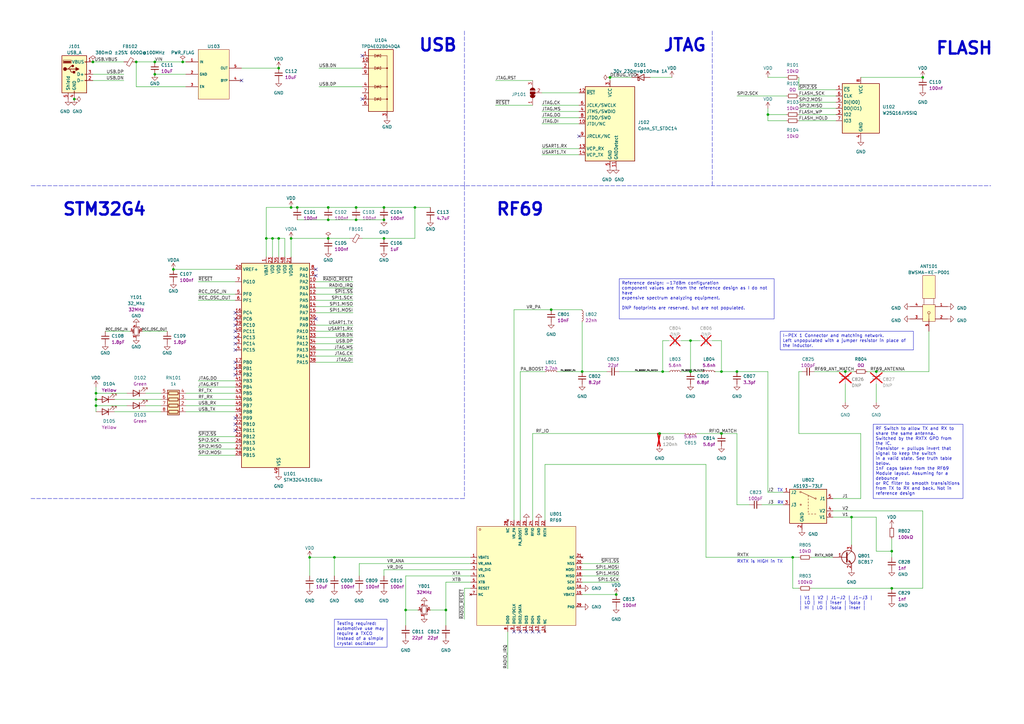
<source format=kicad_sch>
(kicad_sch (version 20230121) (generator eeschema)
  (paper "A3")
  (title_block (title "ConeRGB USB  Dongle") (date "2023-05-07") (rev "1") (company "https://cone.codes") (comment 1 "Connor Rigby"))
  (junction (at 270.51 177.8))
  (junction (at 365.76 241.3))
  (junction (at 157.48 90.17))
  (junction (at 170.18 85.09))
  (junction (at 137.16 228.6))
  (junction (at 30.48 40.64))
  (junction (at 114.3 27.94))
  (junction (at 39.37 166.37))
  (junction (at 146.05 90.17))
  (junction (at 295.91 177.8))
  (junction (at 378.46 31.75))
  (junction (at 157.48 97.79))
  (junction (at 63.5 30.48))
  (junction (at 359.41 152.4))
  (junction (at 119.38 85.09))
  (junction (at 349.25 212.09))
  (junction (at 238.76 152.4))
  (junction (at 314.96 46.99))
  (junction (at 127 228.6))
  (junction (at 365.76 226.06))
  (junction (at 134.62 97.79))
  (junction (at 271.78 152.4))
  (junction (at 346.71 152.4))
  (junction (at 71.12 110.49))
  (junction (at 63.5 25.4))
  (junction (at 325.12 228.6))
  (junction (at 295.91 152.4))
  (junction (at 121.92 85.09))
  (junction (at 39.37 163.83))
  (junction (at 283.21 152.4))
  (junction (at 119.38 97.79))
  (junction (at 182.88 250.19))
  (junction (at 283.21 139.7))
  (junction (at 166.37 250.19))
  (junction (at 74.93 25.4))
  (junction (at 250.19 31.75))
  (junction (at 39.37 161.29))
  (junction (at 111.76 97.79))
  (junction (at 38.1 25.4))
  (junction (at 134.62 90.17))
  (junction (at 302.26 152.4))
  (junction (at 252.73 243.84))
  (junction (at 226.06 127))
  (junction (at 114.3 97.79))
  (junction (at 109.22 97.79))
  (junction (at 55.88 25.4))
  (junction (at 146.05 85.09))
  (junction (at 134.62 85.09))
  (junction (at 157.48 85.09))
  (no_connect (at 96.52 173.99))
  (no_connect (at 129.54 130.81))
  (no_connect (at 96.52 130.81))
  (no_connect (at 215.9 259.08))
  (no_connect (at 218.44 259.08))
  (no_connect (at 237.49 55.88))
  (no_connect (at 96.52 138.43))
  (no_connect (at 96.52 171.45))
  (no_connect (at 220.98 259.08))
  (no_connect (at 96.52 148.59))
  (no_connect (at 210.82 259.08))
  (no_connect (at 129.54 113.03))
  (no_connect (at 96.52 176.53))
  (no_connect (at 96.52 135.89))
  (no_connect (at 148.59 22.86))
  (no_connect (at 96.52 153.67))
  (no_connect (at 213.36 259.08))
  (no_connect (at 96.52 151.13))
  (no_connect (at 148.59 40.64))
  (no_connect (at 129.54 110.49))
  (no_connect (at 96.52 140.97))
  (no_connect (at 99.06 33.02))
  (no_connect (at 96.52 128.27))
  (no_connect (at 96.52 143.51))
  (no_connect (at 96.52 133.35))
  (wire (pts (xy 378.46 209.55) (xy 378.46 241.3)))
  (wire (pts (xy 238.76 243.84) (xy 252.73 243.84)))
  (wire (pts (xy 190.5 241.3) (xy 193.04 241.3)))
  (wire (pts (xy 322.58 39.37) (xy 302.26 39.37)))
  (wire (pts (xy 109.22 85.09) (xy 109.22 97.79)))
  (wire (pts (xy 39.37 158.75) (xy 39.37 161.29)))
  (wire (pts (xy 166.37 236.22) (xy 166.37 250.19)))
  (wire (pts (xy 144.78 146.05) (xy 129.54 146.05)))
  (wire (pts (xy 359.41 152.4) (xy 381 152.4)))
  (wire (pts (xy 81.28 156.21) (xy 96.52 156.21)))
  (polyline (pts (xy 12.7 76.2) (xy 406.4 76.2)) (stroke (width 0) (type dash)))
  (wire (pts (xy 43.18 135.89) (xy 53.34 135.89)))
  (wire (pts (xy 129.54 118.11) (xy 144.78 118.11)))
  (wire (pts (xy 259.08 31.75) (xy 250.19 31.75)))
  (wire (pts (xy 325.12 228.6) (xy 325.12 241.3)))
  (wire (pts (xy 170.18 85.09) (xy 176.53 85.09)))
  (wire (pts (xy 39.37 166.37) (xy 39.37 168.91)))
  (wire (pts (xy 218.44 213.36) (xy 218.44 177.8)))
  (polyline (pts (xy 292.1 12.7) (xy 292.1 76.2)) (stroke (width 0) (type dash)))
  (wire (pts (xy 39.37 166.37) (xy 52.07 166.37)))
  (wire (pts (xy 55.88 25.4) (xy 63.5 25.4)))
  (wire (pts (xy 76.2 166.37) (xy 96.52 166.37)))
  (wire (pts (xy 295.91 152.4) (xy 293.37 152.4)))
  (wire (pts (xy 166.37 250.19) (xy 166.37 256.54)))
  (wire (pts (xy 355.6 152.4) (xy 359.41 152.4)))
  (wire (pts (xy 76.2 35.56) (xy 55.88 35.56)))
  (wire (pts (xy 146.05 90.17) (xy 157.48 90.17)))
  (wire (pts (xy 116.84 97.79) (xy 114.3 97.79)))
  (wire (pts (xy 46.99 163.83) (xy 66.04 163.83)))
  (wire (pts (xy 295.91 152.4) (xy 302.26 152.4)))
  (wire (pts (xy 147.32 231.14) (xy 147.32 236.22)))
  (wire (pts (xy 295.91 177.8) (xy 302.26 177.8)))
  (wire (pts (xy 121.92 85.09) (xy 119.38 85.09)))
  (wire (pts (xy 332.74 241.3) (xy 365.76 241.3)))
  (wire (pts (xy 334.01 152.4) (xy 346.71 152.4)))
  (wire (pts (xy 116.84 105.41) (xy 116.84 97.79)))
  (wire (pts (xy 134.62 90.17) (xy 146.05 90.17)))
  (wire (pts (xy 99.06 27.94) (xy 114.3 27.94)))
  (wire (pts (xy 119.38 85.09) (xy 109.22 85.09)))
  (wire (pts (xy 332.74 228.6) (xy 341.63 228.6)))
  (wire (pts (xy 327.66 46.99) (xy 342.9 46.99)))
  (wire (pts (xy 365.76 220.98) (xy 365.76 226.06)))
  (wire (pts (xy 137.16 228.6) (xy 137.16 236.22)))
  (wire (pts (xy 365.76 241.3) (xy 378.46 241.3)))
  (wire (pts (xy 349.25 212.09) (xy 349.25 223.52)))
  (wire (pts (xy 226.06 127) (xy 238.76 127)))
  (polyline (pts (xy 190.5 76.2) (xy 190.5 204.47)) (stroke (width 0) (type dash)))
  (wire (pts (xy 182.88 250.19) (xy 182.88 238.76)))
  (wire (pts (xy 74.93 25.4) (xy 76.2 25.4)))
  (wire (pts (xy 71.12 110.49) (xy 96.52 110.49)))
  (wire (pts (xy 129.54 128.27) (xy 144.78 128.27)))
  (wire (pts (xy 210.82 127) (xy 226.06 127)))
  (wire (pts (xy 279.4 139.7) (xy 283.21 139.7)))
  (wire (pts (xy 170.18 85.09) (xy 170.18 97.79)))
  (wire (pts (xy 129.54 125.73) (xy 144.78 125.73)))
  (wire (pts (xy 381 152.4) (xy 381 135.89)))
  (wire (pts (xy 55.88 35.56) (xy 55.88 25.4)))
  (wire (pts (xy 76.2 168.91) (xy 96.52 168.91)))
  (wire (pts (xy 38.1 30.48) (xy 50.8 30.48)))
  (wire (pts (xy 295.91 139.7) (xy 292.1 139.7)))
  (wire (pts (xy 193.04 231.14) (xy 147.32 231.14)))
  (wire (pts (xy 46.99 168.91) (xy 66.04 168.91)))
  (wire (pts (xy 38.1 33.02) (xy 50.8 33.02)))
  (wire (pts (xy 327.66 39.37) (xy 342.9 39.37)))
  (wire (pts (xy 157.48 233.68) (xy 193.04 233.68)))
  (wire (pts (xy 222.25 45.72) (xy 237.49 45.72)))
  (wire (pts (xy 295.91 139.7) (xy 295.91 152.4)))
  (wire (pts (xy 81.28 115.57) (xy 96.52 115.57)))
  (wire (pts (xy 208.28 259.08) (xy 208.28 274.32)))
  (wire (pts (xy 238.76 231.14) (xy 254 231.14)))
  (wire (pts (xy 365.76 226.06) (xy 359.41 226.06)))
  (wire (pts (xy 279.4 152.4) (xy 283.21 152.4)))
  (wire (pts (xy 129.54 135.89) (xy 144.78 135.89)))
  (wire (pts (xy 365.76 226.06) (xy 365.76 228.6)))
  (wire (pts (xy 148.59 97.79) (xy 157.48 97.79)))
  (wire (pts (xy 342.9 44.45) (xy 327.66 44.45)))
  (wire (pts (xy 170.18 97.79) (xy 157.48 97.79)))
  (wire (pts (xy 266.7 31.75) (xy 275.59 31.75)))
  (wire (pts (xy 302.26 207.01) (xy 307.34 207.01)))
  (wire (pts (xy 283.21 139.7) (xy 283.21 152.4)))
  (wire (pts (xy 213.36 152.4) (xy 223.52 152.4)))
  (wire (pts (xy 302.26 207.01) (xy 302.26 177.8)))
  (wire (pts (xy 38.1 25.4) (xy 50.8 25.4)))
  (wire (pts (xy 222.25 43.18) (xy 237.49 43.18)))
  (wire (pts (xy 222.25 48.26) (xy 237.49 48.26)))
  (wire (pts (xy 359.41 226.06) (xy 359.41 212.09)))
  (wire (pts (xy 129.54 133.35) (xy 144.78 133.35)))
  (wire (pts (xy 76.2 161.29) (xy 96.52 161.29)))
  (wire (pts (xy 119.38 97.79) (xy 119.38 105.41)))
  (wire (pts (xy 237.49 60.96) (xy 222.25 60.96)))
  (wire (pts (xy 111.76 97.79) (xy 111.76 105.41)))
  (wire (pts (xy 222.25 50.8) (xy 237.49 50.8)))
  (wire (pts (xy 129.54 140.97) (xy 144.78 140.97)))
  (wire (pts (xy 346.71 152.4) (xy 350.52 152.4)))
  (wire (pts (xy 176.53 250.19) (xy 182.88 250.19)))
  (wire (pts (xy 129.54 138.43) (xy 144.78 138.43)))
  (wire (pts (xy 285.75 177.8) (xy 295.91 177.8)))
  (polyline (pts (xy 12.7 204.47) (xy 190.5 204.47)) (stroke (width 0) (type dash)))
  (wire (pts (xy 129.54 123.19) (xy 144.78 123.19)))
  (polyline (pts (xy 190.5 12.7) (xy 190.5 76.2)) (stroke (width 0) (type dash)))
  (wire (pts (xy 223.52 190.5) (xy 289.56 190.5)))
  (wire (pts (xy 359.41 212.09) (xy 349.25 212.09)))
  (wire (pts (xy 193.04 228.6) (xy 137.16 228.6)))
  (wire (pts (xy 63.5 30.48) (xy 76.2 30.48)))
  (wire (pts (xy 121.92 90.17) (xy 134.62 90.17)))
  (wire (pts (xy 157.48 85.09) (xy 170.18 85.09)))
  (wire (pts (xy 270.51 177.8) (xy 280.67 177.8)))
  (wire (pts (xy 203.2 43.18) (xy 218.44 43.18)))
  (wire (pts (xy 312.42 207.01) (xy 321.31 207.01)))
  (wire (pts (xy 342.9 41.91) (xy 327.66 41.91)))
  (wire (pts (xy 114.3 97.79) (xy 114.3 105.41)))
  (wire (pts (xy 254 152.4) (xy 271.78 152.4)))
  (wire (pts (xy 346.71 157.48) (xy 346.71 165.1)))
  (wire (pts (xy 238.76 132.08) (xy 238.76 152.4)))
  (wire (pts (xy 109.22 97.79) (xy 109.22 105.41)))
  (wire (pts (xy 39.37 161.29) (xy 39.37 163.83)))
  (wire (pts (xy 341.63 204.47) (xy 353.06 204.47)))
  (wire (pts (xy 96.52 184.15) (xy 81.28 184.15)))
  (wire (pts (xy 59.69 161.29) (xy 66.04 161.29)))
  (wire (pts (xy 271.78 139.7) (xy 274.32 139.7)))
  (wire (pts (xy 81.28 123.19) (xy 96.52 123.19)))
  (wire (pts (xy 96.52 186.69) (xy 81.28 186.69)))
  (wire (pts (xy 238.76 152.4) (xy 248.92 152.4)))
  (wire (pts (xy 222.25 38.1) (xy 237.49 38.1)))
  (wire (pts (xy 58.42 135.89) (xy 68.58 135.89)))
  (wire (pts (xy 238.76 233.68) (xy 254 233.68)))
  (wire (pts (xy 59.69 166.37) (xy 66.04 166.37)))
  (wire (pts (xy 327.66 36.83) (xy 342.9 36.83)))
  (wire (pts (xy 289.56 228.6) (xy 325.12 228.6)))
  (wire (pts (xy 327.66 49.53) (xy 342.9 49.53)))
  (wire (pts (xy 314.96 44.45) (xy 314.96 46.99)))
  (wire (pts (xy 210.82 127) (xy 210.82 213.36)))
  (wire (pts (xy 143.51 97.79) (xy 134.62 97.79)))
  (wire (pts (xy 325.12 228.6) (xy 327.66 228.6)))
  (wire (pts (xy 81.28 120.65) (xy 96.52 120.65)))
  (wire (pts (xy 130.81 35.56) (xy 148.59 35.56)))
  (wire (pts (xy 96.52 179.07) (xy 81.28 179.07)))
  (wire (pts (xy 223.52 190.5) (xy 223.52 213.36)))
  (wire (pts (xy 193.04 236.22) (xy 166.37 236.22)))
  (wire (pts (xy 271.78 139.7) (xy 271.78 152.4)))
  (wire (pts (xy 218.44 177.8) (xy 270.51 177.8)))
  (wire (pts (xy 289.56 190.5) (xy 289.56 228.6)))
  (wire (pts (xy 341.63 209.55) (xy 378.46 209.55)))
  (wire (pts (xy 327.66 177.8) (xy 327.66 152.4)))
  (wire (pts (xy 127 228.6) (xy 137.16 228.6)))
  (wire (pts (xy 238.76 238.76) (xy 254 238.76)))
  (wire (pts (xy 190.5 241.3) (xy 190.5 254)))
  (wire (pts (xy 182.88 250.19) (xy 182.88 256.54)))
  (wire (pts (xy 203.2 33.02) (xy 218.44 33.02)))
  (wire (pts (xy 353.06 204.47) (xy 353.06 177.8)))
  (wire (pts (xy 81.28 158.75) (xy 96.52 158.75)))
  (wire (pts (xy 314.96 46.99) (xy 322.58 46.99)))
  (wire (pts (xy 157.48 85.09) (xy 146.05 85.09)))
  (wire (pts (xy 129.54 115.57) (xy 144.78 115.57)))
  (wire (pts (xy 353.06 31.75) (xy 378.46 31.75)))
  (wire (pts (xy 314.96 201.93) (xy 314.96 152.4)))
  (wire (pts (xy 76.2 163.83) (xy 96.52 163.83)))
  (wire (pts (xy 114.3 97.79) (xy 111.76 97.79)))
  (wire (pts (xy 283.21 139.7) (xy 287.02 139.7)))
  (wire (pts (xy 250.19 31.75) (xy 250.19 33.02)))
  (wire (pts (xy 157.48 236.22) (xy 157.48 233.68)))
  (wire (pts (xy 302.26 152.4) (xy 314.96 152.4)))
  (wire (pts (xy 327.66 152.4) (xy 328.93 152.4)))
  (wire (pts (xy 129.54 120.65) (xy 144.78 120.65)))
  (wire (pts (xy 359.41 157.48) (xy 359.41 165.1)))
  (wire (pts (xy 314.96 31.75) (xy 322.58 31.75)))
  (wire (pts (xy 228.6 152.4) (xy 238.76 152.4)))
  (wire (pts (xy 238.76 236.22) (xy 254 236.22)))
  (wire (pts (xy 39.37 161.29) (xy 52.07 161.29)))
  (wire (pts (xy 134.62 97.79) (xy 119.38 97.79)))
  (wire (pts (xy 39.37 163.83) (xy 39.37 166.37)))
  (wire (pts (xy 322.58 49.53) (xy 314.96 49.53)))
  (wire (pts (xy 353.06 177.8) (xy 327.66 177.8)))
  (wire (pts (xy 341.63 212.09) (xy 349.25 212.09)))
  (wire (pts (xy 96.52 181.61) (xy 81.28 181.61)))
  (wire (pts (xy 271.78 152.4) (xy 274.32 152.4)))
  (wire (pts (xy 111.76 97.79) (xy 109.22 97.79)))
  (wire (pts (xy 130.81 27.94) (xy 148.59 27.94)))
  (wire (pts (xy 134.62 85.09) (xy 121.92 85.09)))
  (wire (pts (xy 237.49 63.5) (xy 222.25 63.5)))
  (wire (pts (xy 325.12 241.3) (xy 327.66 241.3)))
  (wire (pts (xy 182.88 238.76) (xy 193.04 238.76)))
  (wire (pts (xy 144.78 143.51) (xy 129.54 143.51)))
  (wire (pts (xy 146.05 85.09) (xy 134.62 85.09)))
  (wire (pts (xy 314.96 49.53) (xy 314.96 46.99)))
  (wire (pts (xy 166.37 250.19) (xy 171.45 250.19)))
  (wire (pts (xy 327.66 36.83) (xy 327.66 31.75)))
  (wire (pts (xy 283.21 152.4) (xy 288.29 152.4)))
  (wire (pts (xy 144.78 148.59) (xy 129.54 148.59)))
  (wire (pts (xy 213.36 152.4) (xy 213.36 213.36)))
  (wire (pts (xy 314.96 201.93) (xy 321.31 201.93)))
  (wire (pts (xy 63.5 25.4) (xy 74.93 25.4)))
  (wire (pts (xy 127 228.6) (xy 127 236.22)))
  (text_box "I-PEX 1 Connector and matching network.\nLeft unpopulated with a jumper resistor in place of\nthe inductor." (at 320.04 135.89 0) (size 54.61 7.62) (effects (font (size 1.27 1.27)) (justify left top)))
  (text_box "Testing required: automotive use may require a TXCO instead of a simple crystal oscilator" (at 137.16 254 0) (size 21.59 11.43) (effects (font (size 1.27 1.27)) (justify left top)))
  (text_box "RF Switch to allow TX and RX to share the same antenna.\nSwitched by the RXTX GPO from the IC. \nTransistor + pullups invert that signal to keep the switch\nin a valid state. See truth table below.\n1nF caps taken from the RF69 Module layout. Assuming for a debounce\nor RC filter to smooth transisitions from TX to RX and back. Not in reference design" (at 358.14 173.99 0) (size 36.83 30.48) (effects (font (size 1.27 1.27)) (justify left top)))
  (text_box "Reference design: -17dBm configuration\ncomponent values are from the reference design as I do not have\nexpensive spectrum analyzing equipment. \n\nDNP footprints are reserved, but are not populated." (at 254 114.3 0) (size 63.5 16.51) (effects (font (size 1.27 1.27)) (justify left top)))
  (text "RF69" (at 203.2 88.9 0) (effects (font (size 5 5) (thickness 1) bold) (justify left bottom)))
  (text "RX" (at 318.77 207.01 0) (effects (font (size 1.27 1.27)) (justify left bottom)))
  (text "FLASH" (at 383.54 22.86 0) (effects (font (size 5 5) (thickness 1) bold) (justify left bottom)))
  (text "STM32G4" (at 25.4 88.9 0) (effects (font (size 5 5) (thickness 1) bold) (justify left bottom)))
  (text "TX" (at 318.77 201.93 0) (effects (font (size 1.27 1.27)) (justify left bottom)))
  (text "JTAG" (at 271.78 21.59 0) (effects (font (size 5 5) (thickness 1) bold) (justify left bottom)))
  (text "USB" (at 171.45 21.59 0) (effects (font (size 5 5) (thickness 1) bold) (justify left bottom)))
  (text "RXTX is HIGH in TX" (at 302.26 231.14 0) (effects (font (size 1.27 1.27)) (justify left bottom)))
  (text "| V1 | V2 | J1-J2 | J1-J3 |\n| LO | HI | inser | isola |\n| HI | LO | isola | inser |" (at 327.66 250.19 0) (effects (font (size 1.27 1.27)) (justify left bottom)))
  (label "USART1.TX" (at 144.78 133.35 180))
  (label "RF69_ANTENNA" (at 356.87 152.4 0) (property "Netclass" "RF" (effects hide)))
  (label "SPI1.MISO" (at 254 236.22 180))
  (label "USB_RX" (at 81.28 166.37 0))
  (label "JTAG.DI" (at 144.78 148.59 180))
  (label "JTAG.DO" (at 81.28 156.21 0))
  (label "~{SPI2.SS}" (at 327.66 36.83 0))
  (label "RCC_OSC_IN" (at 81.28 120.65 0))
  (label "XTA" (at 185.42 236.22 0))
  (label "RCC_OSC_IN" (at 43.18 135.89 0) (effects (font (size 1 1))))
  (label "DEBUG_VDD" (at 250.19 31.75 0))
  (label "PA_BOOST_PA" (at 229.87 152.4 0) (effects (font (size 0.6 0.6))) (property "Netclass" "RF" (effects hide)))
  (label "~{SPI1.SS}" (at 144.78 120.65 180))
  (label "~{SPI2.SS}" (at 81.28 179.07 0))
  (label "JTAG.CK" (at 222.25 43.18 0))
  (label "SPI2.MOSI" (at 81.28 186.69 0))
  (label "SPI1.SCK" (at 254 238.76 180))
  (label "VIN" (at 63.5 25.4 0))
  (label "SPI2.MISO" (at 327.66 44.45 0))
  (label "RCC_OSC_OUT" (at 81.28 123.19 0))
  (label "RF_RX" (at 81.28 163.83 0))
  (label "JTAG.RST" (at 81.28 158.75 0))
  (label "~{RESET}" (at 81.28 115.57 0))
  (label "JTAG.RST" (at 203.2 33.02 0))
  (label "SPI1.MOSI" (at 144.78 128.27 180))
  (label "V2" (at 347.98 209.55 180) (property "Netclass" "GPIO" (effects hide)))
  (label "JTAG.MS" (at 222.25 45.72 0))
  (label "J3" (at 314.96 207.01 0) (property "Netclass" "RF" (effects hide)))
  (label "SPI2.SCK" (at 302.26 39.37 0))
  (label "V1" (at 347.98 212.09 180) (property "Netclass" "GPIO" (effects hide)))
  (label "RFIO_MATCH" (at 302.26 177.8 180) (property "Netclass" "RF" (effects hide)))
  (label "USB.VBUS" (at 48.26 25.4 180))
  (label "PA_BOOST_PA_MATCH" (at 260.35 152.4 0) (effects (font (size 0.6 0.6))) (property "Netclass" "RF" (effects hide)))
  (label "VR_ANA" (at 158.75 231.14 0) (property "Netclass" "Power_HF" (effects hide)))
  (label "SPI2.SCK" (at 81.28 181.61 0))
  (label "USART1.RX" (at 222.25 60.96 0))
  (label "PA_BOOST_PA_FILTER" (at 279.4 152.4 0) (effects (font (size 0.6 0.6))) (property "Netclass" "RF" (effects hide)))
  (label "USB.DN" (at 144.78 138.43 180))
  (label "JTAG.DI" (at 222.25 50.8 0))
  (label "RF69_ANT_MATCH" (at 334.01 152.4 0) (property "Netclass" "RF" (effects hide)))
  (label "FLASH_HOLD" (at 327.66 49.53 0))
  (label "J2" (at 314.96 201.93 0))
  (label "~{RADIO_RESET}" (at 144.78 115.57 180))
  (label "SPI2.MOSI" (at 327.66 41.91 0))
  (label "RADIO_IRQ" (at 208.28 274.32 90))
  (label "XTB" (at 185.42 238.76 0))
  (label "USB_TX" (at 81.28 168.91 0))
  (label "USB.DN" (at 130.81 27.94 0))
  (label "SPI1.SCK" (at 144.78 123.19 180))
  (label "SPI2.MISO" (at 81.28 184.15 0))
  (label "J1" (at 345.44 204.47 0) (property "Netclass" "RF" (effects hide)))
  (label "PA_BOOST" (at 213.36 152.4 0) (property "Netclass" "RF" (effects hide)))
  (label "VR_PA" (at 215.9 127 0) (property "Netclass" "RF" (effects hide)))
  (label "RF_IO" (at 219.71 177.8 0) (property "Netclass" "RF" (effects hide)))
  (label "~{SPI1.SS}" (at 254 231.14 180))
  (label "SPI1.MOSI" (at 254 233.68 180))
  (label "VR_DIG" (at 158.75 233.68 0) (property "Netclass" "Power" (effects hide)))
  (label "RF_TX" (at 81.28 161.29 0))
  (label "SPI1.MISO" (at 144.78 125.73 180))
  (label "USB.DP" (at 50.8 30.48 180))
  (label "JTAG.DO" (at 222.25 48.26 0))
  (label "USART1.TX" (at 222.25 63.5 0))
  (label "USB.DN" (at 50.8 33.02 180))
  (label "RCC_OSC_OUT" (at 68.58 135.89 180) (effects (font (size 1 1))))
  (label "~{RESET}" (at 203.2 43.18 0))
  (label "FLASH_SCK" (at 327.66 39.37 0))
  (label "RADIO_IRQ" (at 144.78 118.11 180))
  (label "USART1.RX" (at 144.78 135.89 180))
  (label "JTAG.MS" (at 144.78 143.51 180))
  (label "JTAG.CK" (at 144.78 146.05 180))
  (label "RXTX" (at 302.26 228.6 0) (property "Netclass" "GPIO" (effects hide)))
  (label "USB.DP" (at 144.78 140.97 180))
  (label "~{RADIO_RESET}" (at 190.5 254 90))
  (label "RXTX_NOR" (at 334.01 228.6 0) (effects (font (size 1 1))) (property "Netclass" "GPIO" (effects hide)))
  (label "USB.DP" (at 130.81 35.56 0))
  (label "FLASH_WP" (at 327.66 46.99 0))
  (symbol (lib_id "power:GND") (at 55.88 138.43 0) (unit 1)
    (property "Reference" "#PWR0111" (effects hide))
    (property "Value" "GND" (at 55.88 142.24 0))
  )
  (symbol (lib_id "power:VDD") (at 127 228.6 0) (unit 1)
    (property "Reference" "#PWR0125" (effects hide))
    (property "Value" "VDD" (at 127 224.79 0))
  )
  (symbol (lib_id "LCSC_LED:LED_0603_YELLOW") (at 43.18 163.83 180) (unit 1)
    (property "Reference" "D104" (at 44.7675 157.48 0))
    (property "Value" "LED_0603_YELLOW" (effects hide))
    (property "Footprint" "LED_SMD:LED_0603_1608Metric" (effects hide))
    (property "Datasheet" "https://datasheet.lcsc.com/lcsc/1810101813_Everlight-Elec-19-213-Y2C-CQ2R2L-3T-CY_C72038.pdf" (effects hide))
    (property "MPN" "19-213/Y2C-CQ2R2L/3T(CY)" (effects hide))
    (property "LCSC" "C72038" (effects hide))
    (property "Color" "Yellow" (at 44.7675 160.02 0))
  )
  (symbol (lib_id "LCSC_Capacitor:C_0402_DNP") (at 289.56 139.7 90) (unit 1) (in_bom no) (dnp yes)
    (property "Reference" "C806" (at 289.5663 134.62 90))
    (property "Value" "C_0402_DNP" (effects hide))
    (property "Footprint" "Capacitor_SMD:C_0402_1005Metric" (effects hide))
    (property "Capacitance" "DNP" (at 289.5663 137.16 90))
  )
  (symbol (lib_id "LCSC_Capacitor:C_0402_DNP") (at 276.86 139.7 90) (unit 1) (in_bom no) (dnp yes)
    (property "Reference" "C804" (at 276.8663 134.62 90))
    (property "Value" "C_0402_DNP" (effects hide))
    (property "Footprint" "Capacitor_SMD:C_0402_1005Metric" (effects hide))
    (property "Capacitance" "DNP" (at 276.8663 137.16 90))
  )
  (symbol (lib_id "Power_Protection:TPD4E02B04DQA") (at 156.21 33.02 0) (unit 1)
    (property "Reference" "U104" (at 156.21 16.51 0))
    (property "Value" "TPD4E02B04DQA" (at 156.21 19.05 0))
    (property "Footprint" "Package_SON:USON-10_2.5x1.0mm_P0.5mm" (effects hide))
    (property "Datasheet" "http://www.ti.com/lit/ds/symlink/tpd4e02b04.pdf" (effects hide))
    (property "LCSC" "C106794" (effects hide))
    (property "MPN" "TPD4E02B04DQA" (effects hide))
  )
  (symbol (lib_id "power:GND") (at 238.76 157.48 0) (unit 1)
    (property "Reference" "#PWR0114" (effects hide))
    (property "Value" "GND" (at 238.76 162.56 0))
  )
  (symbol (lib_id "LCSC_Capacitor:C_0402_100nf_X7R") (at 378.46 34.29 0) (unit 1)
    (property "Reference" "C110" (at 381 33.6613 0) (effects (justify left)))
    (property "Value" "C_0402_100nf_X7R" (effects hide))
    (property "Footprint" "Capacitor_SMD:C_0402_1005Metric" (effects hide))
    (property "Datasheet" "https://datasheet.lcsc.com/lcsc/1811141731_FH--Guangdong-Fenghua-Advanced-Tech-0402B104K500NT_C110251.pdf" (effects hide))
    (property "MPN" "0402B104K500NT" (effects hide))
    (property "LCSC" "C110251" (effects hide))
    (property "Capacitance" "100nf" (at 381 36.2013 0) (effects (justify left)))
    (property "Voltage" "50V" (effects hide))
    (property "Temperature" "X7R" (effects hide))
  )
  (symbol (lib_id "LCSC_Resistor:RA_0402_04_DNP") (at 71.12 163.83 90) (unit 1) (in_bom no)
    (property "Reference" "RN101" (at 71.12 154.94 90))
    (property "Value" "1k" (at 71.12 157.48 90))
    (property "Footprint" "Resistor_SMD:R_Array_Concave_4x0603" (effects hide))
    (property "LCSC" "C20197" (effects hide))
  )
  (symbol (lib_id "LCSC_Capacitor:C_0402_1u_X5R") (at 157.48 100.33 0) (unit 1)
    (property "Reference" "C106" (at 160.02 99.7013 0) (effects (justify left)))
    (property "Value" "C_0402_1u_X5R" (effects hide))
    (property "Footprint" "Capacitor_SMD:C_0402_1005Metric" (effects hide))
    (property "Datasheet" "https://datasheet.lcsc.com/lcsc/1810252040_Samsung-Electro-Mechanics-CL05A105KL5NRNC_C307413.pdf" (effects hide))
    (property "MPN" "CL05A105KL5NRNC" (effects hide))
    (property "LCSC" "C307413" (effects hide))
    (property "Capacitance" "1uF" (at 160.02 102.2413 0) (effects (justify left)))
    (property "Voltage" "35V" (effects hide))
    (property "Temperature" "X5R" (effects hide))
  )
  (symbol (lib_id "power:GND") (at 295.91 182.88 0) (unit 1)
    (property "Reference" "#PWR0122" (effects hide))
    (property "Value" "GND" (at 295.91 187.96 0))
  )
  (symbol (lib_id "power:VDD") (at 275.59 31.75 0) (unit 1)
    (property "Reference" "#PWR0154" (effects hide))
    (property "Value" "VDD" (at 275.59 27.94 0))
  )
  (symbol (lib_id "LCSC_Capacitor:C_0402_10n_X7R") (at 226.06 129.54 0) (unit 1)
    (property "Reference" "C801" (at 228.6 128.9113 0) (effects (justify left)))
    (property "Value" "C_0402_10n_C0G" (effects hide))
    (property "Footprint" "Capacitor_SMD:C_0402_1005Metric" (effects hide))
    (property "Datasheet" "https://datasheet.lcsc.com/lcsc/2107290630_Murata-Electronics-GRM1555CYA103JE01D_C1518210.pdf" (effects hide))
    (property "Capacitance" "10nF" (at 228.6 131.4513 0) (effects (justify left)))
    (property "LCSC" "C60133" (effects hide))
    (property "MPN" "CC0402KRX7R9BB103" (effects hide))
    (property "Voltage" "50V" (effects hide))
    (property "Tolerance" "±10%" (effects hide))
    (property "Temperature" "X7R" (effects hide))
  )
  (symbol (lib_id "power:GND") (at 215.9 213.36 180) (unit 1)
    (property "Reference" "#PWR0123" (effects hide))
    (property "Value" "GND" (effects hide))
  )
  (symbol (lib_id "power:GND") (at 365.76 233.68 0) (unit 1)
    (property "Reference" "#PWR0135" (effects hide))
    (property "Value" "GND" (at 368.3 235.585 0) (effects (justify left)))
  )
  (symbol (lib_id "LCSC_Resistor:R_0402_10k") (at 330.2 228.6 90) (unit 1)
    (property "Reference" "R805" (at 330.2 223.52 90))
    (property "Value" "R_0402_10k" (effects hide))
    (property "Footprint" "Resistor_SMD:R_0402_1005Metric" (effects hide))
    (property "Datasheet" "https://datasheet.lcsc.com/lcsc/2109301330_Viking-Tech-ARG02BTC1002_C2902636.pdf" (effects hide))
    (property "MPN" "ARG02BTC1002" (effects hide))
    (property "LCSC" "C2902636" (effects hide))
    (property "Resistance" "10kΩ" (at 330.2 226.06 90))
  )
  (symbol (lib_id "Device:D_Schottky") (at 262.89 31.75 0) (unit 1)
    (property "Reference" "D101" (at 262.5725 26.67 0))
    (property "Value" "30v 230mv@100ma 1A" (at 262.5725 29.21 0))
    (property "Footprint" "Diode_SMD:D_SOD-323F" (effects hide))
    (property "Datasheet" "https://datasheet.lcsc.com/lcsc/1810181811_TOSHIBA-CUS10S30-H3F_C146335.pdf" (effects hide))
    (property "LCSC" "C146335" (effects hide))
    (property "MPN" "CUS10S30,H3F" (effects hide))
  )
  (symbol (lib_id "Connector:Conn_ST_STDC14") (at 250.19 50.8 0) (mirror y) (unit 1) (in_bom no)
    (property "Reference" "J102" (at 261.62 50.165 0) (effects (justify right)))
    (property "Value" "Conn_ST_STDC14" (at 261.62 52.705 0) (effects (justify right)))
    (property "Footprint" "LCSC_Connector:TC2070-IDC-FP" (effects hide))
    (property "Datasheet" "https://www.st.com/content/ccc/resource/technical/document/user_manual/group1/99/49/91/b6/b2/3a/46/e5/DM00526767/files/DM00526767.pdf/jcr:content/translations/en.DM00526767.pdf" (effects hide))
  )
  (symbol (lib_id "LCSC_Capacitor:C_0402_100nf_X7R") (at 146.05 87.63 0) (unit 1)
    (property "Reference" "C103" (at 148.59 87.0013 0) (effects (justify left)))
    (property "Value" "C_0402_100nf_X7R" (effects hide))
    (property "Footprint" "Capacitor_SMD:C_0402_1005Metric" (effects hide))
    (property "Datasheet" "https://datasheet.lcsc.com/lcsc/1811141731_FH--Guangdong-Fenghua-Advanced-Tech-0402B104K500NT_C110251.pdf" (effects hide))
    (property "MPN" "0402B104K500NT" (effects hide))
    (property "LCSC" "C110251" (effects hide))
    (property "Capacitance" "100nf" (at 148.59 89.5413 0) (effects (justify left)))
    (property "Voltage" "50V" (effects hide))
    (property "Temperature" "X7R" (effects hide))
  )
  (symbol (lib_id "power:VDD") (at 314.96 31.75 0) (unit 1)
    (property "Reference" "#PWR0142" (effects hide))
    (property "Value" "VDD" (at 314.96 27.94 0))
  )
  (symbol (lib_id "power:GND") (at 30.48 40.64 0) (unit 1)
    (property "Reference" "#PWR0149" (effects hide))
    (property "Value" "GND" (at 31.75 45.72 0))
  )
  (symbol (lib_id "LCSC_Capacitor:C_0402_1nf_X7R") (at 365.76 243.84 180) (unit 1)
    (property "Reference" "C829" (at 368.3 243.1986 0) (effects (justify right)))
    (property "Value" "C_0402_1nf_X7R" (effects hide))
    (property "Footprint" "Capacitor_SMD:C_0402_1005Metric" (effects hide))
    (property "Datasheet" "https://datasheet.lcsc.com/lcsc/1811081510_Murata-Electronics-GCM155R72A102KA37D_C126538.pdf" (effects hide))
    (property "MPN" "GCM155R72A102KA37D" (effects hide))
    (property "LCSC" "C126538" (effects hide))
    (property "Capacitance" "1nf" (at 368.3 245.7386 0) (effects (justify right)))
    (property "Voltage" "100V" (effects hide))
    (property "Temperature" "X7R" (effects hide))
  )
  (symbol (lib_id "power:GND") (at 173.99 247.65 180) (unit 1)
    (property "Reference" "#PWR0136" (effects hide))
    (property "Value" "GND" (effects hide))
  )
  (symbol (lib_id "LCSC_Resistor:R_0402_10k") (at 325.12 46.99 90) (unit 1)
    (property "Reference" "R103" (at 325.12 41.91 90))
    (property "Value" "R_0402_10k" (effects hide))
    (property "Footprint" "Resistor_SMD:R_0402_1005Metric" (effects hide))
    (property "Datasheet" "https://datasheet.lcsc.com/lcsc/2109301330_Viking-Tech-ARG02BTC1002_C2902636.pdf" (effects hide))
    (property "MPN" "ARG02BTC1002" (effects hide))
    (property "LCSC" "C2902636" (effects hide))
    (property "Resistance" "10kΩ" (at 325.12 44.45 90))
  )
  (symbol (lib_id "power:GND") (at 349.25 233.68 0) (unit 1)
    (property "Reference" "#PWR0134" (effects hide))
    (property "Value" "GND" (at 349.25 238.76 0))
  )
  (symbol (lib_id "power:GND") (at 302.26 157.48 0) (unit 1)
    (property "Reference" "#PWR0116" (effects hide))
    (property "Value" "GND" (at 302.26 162.56 0))
  )
  (symbol (lib_id "power:GND") (at 328.93 217.17 0) (unit 1)
    (property "Reference" "#PWR0127" (effects hide))
    (property "Value" "GND" (at 331.47 219.075 0) (effects (justify left)))
  )
  (symbol (lib_id "power:GND") (at 250.19 68.58 0) (unit 1)
    (property "Reference" "#PWR0155" (effects hide))
    (property "Value" "GND" (at 248.92 73.66 0))
  )
  (symbol (lib_id "LCSC_RF_Transciever_ICs:AS193-73LF") (at 331.47 207.01 0) (mirror y) (unit 1)
    (property "Reference" "U802" (at 331.47 196.85 0))
    (property "Value" "AS193-73LF" (at 331.47 199.39 0))
    (property "Footprint" "Package_TO_SOT_SMD:SOT-23-6" (effects hide))
    (property "Datasheet" "https://datasheet.lcsc.com/lcsc/1805301207_Skyworks-Solutions-AS193-73LF_C6199.pdf" (effects hide))
    (property "LCSC" "C6199" (effects hide))
    (property "MPN" "AS193-73LF" (effects hide))
  )
  (symbol (lib_id "power:GND") (at 270.51 182.88 0) (unit 1)
    (property "Reference" "#PWR0121" (effects hide))
    (property "Value" "GND" (at 270.51 187.96 0))
  )
  (symbol (lib_id "LCSC_Microcontroller:W25Q16JVSSIQ") (at 353.06 44.45 0) (unit 1)
    (property "Reference" "U102" (at 361.95 43.815 0) (effects (justify left)))
    (property "Value" "W25Q16JVSSIQ" (at 361.95 46.355 0) (effects (justify left)))
    (property "Footprint" "Package_SO:SOIC-8_5.23x5.23mm_P1.27mm" (effects hide))
    (property "Datasheet" "https://datasheet.lcsc.com/lcsc/2103181432_Winbond-Elec-W25Q16JVSSIQ_C82317.pdf" (effects hide))
    (property "LCSC" "C82317" (effects hide))
    (property "MPN" "W25Q16JVSSIQ" (effects hide))
  )
  (symbol (lib_id "LCSC_Transistor1:BC817") (at 346.71 228.6 0) (unit 1)
    (property "Reference" "Q801" (at 351.79 227.965 0) (effects (justify left)))
    (property "Value" "BC817" (at 351.79 230.505 0) (effects (justify left)))
    (property "Footprint" "Package_TO_SOT_SMD:SOT-23" (effects hide))
    (property "Datasheet" "https://www.onsemi.com/pub/Collateral/BC818-D.pdf" (effects hide))
    (property "LCSC" "C39828" (effects hide))
  )
  (symbol (lib_id "power:GND") (at 173.99 252.73 0) (unit 1)
    (property "Reference" "#PWR0139" (effects hide))
    (property "Value" "GND" (effects hide))
  )
  (symbol (lib_id "power:GND") (at 43.18 140.97 0) (unit 1)
    (property "Reference" "#PWR0110" (effects hide))
    (property "Value" "GND" (at 43.18 144.78 0))
  )
  (symbol (lib_id "LCSC_Capacitor:C_0402_100nf_X7R") (at 252.73 246.38 0) (unit 1)
    (property "Reference" "C813" (at 255.27 245.7513 0) (effects (justify left)))
    (property "Value" "C_0402_100nf_X7R" (effects hide))
    (property "Footprint" "Capacitor_SMD:C_0402_1005Metric" (effects hide))
    (property "Datasheet" "https://datasheet.lcsc.com/lcsc/1811141731_FH--Guangdong-Fenghua-Advanced-Tech-0402B104K500NT_C110251.pdf" (effects hide))
    (property "MPN" "0402B104K500NT" (effects hide))
    (property "LCSC" "C110251" (effects hide))
    (property "Capacitance" "100nf" (at 255.27 248.2913 0) (effects (justify left)))
    (property "Voltage" "50V" (effects hide))
    (property "Temperature" "X7R" (effects hide))
  )
  (symbol (lib_id "LCSC_DCDC_Converter:SPX3819M5-L-3-3_TR") (at 87.63 30.48 0) (unit 1)
    (property "Reference" "U103" (at 87.63 19.05 0))
    (property "Value" "SPX3819M5-L-3-3_TR" (effects hide))
    (property "Footprint" "Package_TO_SOT_SMD:SOT-23-5" (effects hide))
    (property "Datasheet" "https://datasheet.lcsc.com/lcsc/1810181735_MaxLinear-SPX3819M5-L-3-3-TR_C9055.pdf" (effects hide))
    (property "LCSC" "C9055" (effects hide))
  )
  (symbol (lib_id "power:GND") (at 63.5 30.48 0) (unit 1)
    (property "Reference" "#PWR0150" (effects hide))
    (property "Value" "GND" (at 63.5 34.29 0))
  )
  (symbol (lib_id "power:GND") (at 157.48 102.87 0) (unit 1)
    (property "Reference" "#PWR0104" (effects hide))
    (property "Value" "GND" (at 157.48 106.68 0))
  )
  (symbol (lib_id "power:GND") (at 373.38 130.81 270) (unit 1)
    (property "Reference" "#PWR0159" (effects hide))
    (property "Value" "GND" (at 369.57 131.445 90) (effects (justify right)))
  )
  (symbol (lib_id "power:GND") (at 283.21 157.48 0) (unit 1)
    (property "Reference" "#PWR0115" (effects hide))
    (property "Value" "GND" (at 283.21 162.56 0))
  )
  (symbol (lib_id "Device:FerriteBead_Small") (at 146.05 97.79 90) (unit 1)
    (property "Reference" "FB101" (at 146.05 93.98 90))
    (property "Footprint" "Inductor_SMD:L_0402_1005Metric" (effects hide))
    (property "LCSC" "C102745" (effects hide))
  )
  (symbol (lib_id "LCSC_Resistor:R_0402_10k") (at 325.12 49.53 90) (unit 1)
    (property "Reference" "R104" (at 325.12 53.34 90))
    (property "Value" "R_0402_10k" (effects hide))
    (property "Footprint" "Resistor_SMD:R_0402_1005Metric" (effects hide))
    (property "Datasheet" "https://datasheet.lcsc.com/lcsc/2109301330_Viking-Tech-ARG02BTC1002_C2902636.pdf" (effects hide))
    (property "MPN" "ARG02BTC1002" (effects hide))
    (property "LCSC" "C2902636" (effects hide))
    (property "Resistance" "10kΩ" (at 325.12 55.88 90))
  )
  (symbol (lib_id "power:GND") (at 134.62 102.87 0) (unit 1)
    (property "Reference" "#PWR0103" (effects hide))
    (property "Value" "GND" (at 134.62 106.68 0))
  )
  (symbol (lib_id "power:PWR_FLAG") (at 250.19 31.75 90) (unit 1)
    (property "Reference" "#FLG0101" (effects hide))
    (property "Value" "PWR_FLAG" (effects hide))
  )
  (symbol (lib_id "LCSC_Inductor:L_0402_2n7") (at 226.06 152.4 90) (unit 1)
    (property "Reference" "L801" (at 226.06 148.59 90))
    (property "Value" "L_0402_2n7" (effects hide))
    (property "Footprint" "Inductor_SMD:L_0402_1005Metric" (effects hide))
    (property "Datasheet" "https://datasheet.lcsc.com/lcsc/1811081613_Murata-Electronics-LQW15AN2N7C00D_C98058.pdf" (effects hide))
    (property "LCSC" "C98058" (effects hide))
    (property "MPN" "LQW15AN2N7C00D" (effects hide))
    (property "Inductance" "2.7nh" (at 226.06 151.13 90))
  )
  (symbol (lib_id "LCSC_Capacitor:C_0402_DNP") (at 346.71 154.94 180) (unit 1) (in_bom no) (dnp yes)
    (property "Reference" "C826" (at 349.25 155.5686 0) (effects (justify right)))
    (property "Value" "C_0402_DNP" (effects hide))
    (property "Footprint" "Capacitor_SMD:C_0402_1005Metric" (effects hide))
    (property "Capacitance" "DNP" (at 349.25 158.1086 0) (effects (justify right)))
  )
  (symbol (lib_id "power:GND") (at 353.06 57.15 0) (unit 1)
    (property "Reference" "#PWR0147" (effects hide))
    (property "Value" "GND" (at 353.06 62.23 0))
  )
  (symbol (lib_id "LCSC_Antenna:BWSMA-KE-P001") (at 381 128.27 270) (unit 1)
    (property "Reference" "ANT101" (at 381 109.22 90))
    (property "Value" "BWSMA-KE-P001" (at 381 111.76 90))
    (property "Footprint" "LCSC_Antenna:SMA-SMD_BWSMA-KE-P001" (effects hide))
    (property "Datasheet" "https://datasheet.lcsc.com/lcsc/2004161132_BAT-WIRELESS-BWSMA-KE-P001_C496550.pdf" (effects hide))
    (property "LCSC" "C496550" (effects hide))
  )
  (symbol (lib_id "power:GND") (at 68.58 140.97 0) (unit 1)
    (property "Reference" "#PWR0109" (effects hide))
    (property "Value" "GND" (at 68.58 144.78 0))
  )
  (symbol (lib_id "LCSC_Capacitor:C_0402_100nf_X7R") (at 134.62 100.33 0) (unit 1)
    (property "Reference" "C105" (at 137.16 99.7013 0) (effects (justify left)))
    (property "Value" "C_0402_100nf_X7R" (effects hide))
    (property "Footprint" "Capacitor_SMD:C_0402_1005Metric" (effects hide))
    (property "Datasheet" "https://datasheet.lcsc.com/lcsc/1811141731_FH--Guangdong-Fenghua-Advanced-Tech-0402B104K500NT_C110251.pdf" (effects hide))
    (property "MPN" "0402B104K500NT" (effects hide))
    (property "LCSC" "C110251" (effects hide))
    (property "Capacitance" "100nf" (at 137.16 102.2413 0) (effects (justify left)))
    (property "Voltage" "50V" (effects hide))
    (property "Temperature" "X7R" (effects hide))
  )
  (symbol (lib_id "power:VDD") (at 365.76 215.9 0) (unit 1)
    (property "Reference" "#PWR0126" (effects hide))
    (property "Value" "VDD" (at 365.76 212.09 0))
  )
  (symbol (lib_id "LCSC_Capacitor:C_0402_1nf_X7R") (at 365.76 231.14 180) (unit 1)
    (property "Reference" "C828" (at 368.3 230.4986 0) (effects (justify right)))
    (property "Value" "C_0402_1nf_X7R" (effects hide))
    (property "Footprint" "Capacitor_SMD:C_0402_1005Metric" (effects hide))
    (property "Datasheet" "https://datasheet.lcsc.com/lcsc/1811081510_Murata-Electronics-GCM155R72A102KA37D_C126538.pdf" (effects hide))
    (property "MPN" "GCM155R72A102KA37D" (effects hide))
    (property "LCSC" "C126538" (effects hide))
    (property "Capacitance" "1nf" (at 368.3 233.0386 0) (effects (justify right)))
    (property "Voltage" "100V" (effects hide))
    (property "Temperature" "X7R" (effects hide))
  )
  (symbol (lib_id "LCSC_Capacitor:C_0402_100nf_X7R") (at 157.48 87.63 0) (unit 1)
    (property "Reference" "C104" (at 160.02 87.0013 0) (effects (justify left)))
    (property "Value" "C_0402_100nf_X7R" (effects hide))
    (property "Footprint" "Capacitor_SMD:C_0402_1005Metric" (effects hide))
    (property "Datasheet" "https://datasheet.lcsc.com/lcsc/1811141731_FH--Guangdong-Fenghua-Advanced-Tech-0402B104K500NT_C110251.pdf" (effects hide))
    (property "MPN" "0402B104K500NT" (effects hide))
    (property "LCSC" "C110251" (effects hide))
    (property "Capacitance" "100nf" (at 160.02 89.5413 0) (effects (justify left)))
    (property "Voltage" "50V" (effects hide))
    (property "Temperature" "X7R" (effects hide))
  )
  (symbol (lib_id "LCSC_RF_Transciever_ICs:RF69") (at 215.9 236.22 0) (unit 1)
    (property "Reference" "U801" (at 225.3909 210.82 0) (effects (justify left)))
    (property "Value" "RF69" (at 225.3909 213.36 0) (effects (justify left)))
    (property "Footprint" "Package_DFN_QFN:QFN-28-1EP_5x5mm_P0.5mm_EP3.75x3.75mm_ThermalVias" (effects hide))
    (property "Datasheet" "https://datasheet.lcsc.com/lcsc/1811142212_HopeRF-Micro-electronics-RF69_C77220.pdf" (effects hide))
    (property "MPN" "RF69" (effects hide))
    (property "LCSC" "C77220" (effects hide))
  )
  (symbol (lib_id "power:GND") (at 157.48 90.17 0) (unit 1)
    (property "Reference" "#PWR0105" (effects hide))
    (property "Value" "GND" (at 157.48 95.25 0))
  )
  (symbol (lib_id "power:GND") (at 166.37 261.62 0) (unit 1)
    (property "Reference" "#PWR0141" (effects hide))
    (property "Value" "GND" (at 166.37 266.7 0))
  )
  (symbol (lib_id "power:VDD") (at 314.96 44.45 0) (unit 1)
    (property "Reference" "#PWR0146" (effects hide))
    (property "Value" "VDD" (at 314.96 40.64 0))
  )
  (symbol (lib_id "power:GND") (at 182.88 261.62 0) (unit 1)
    (property "Reference" "#PWR0143" (effects hide))
    (property "Value" "GND" (at 182.88 266.7 0))
  )
  (symbol (lib_id "LCSC_Capacitor:C_0402_22p_C0G") (at 251.46 152.4 90) (unit 1)
    (property "Reference" "C803" (at 251.4663 147.32 90))
    (property "Value" "C_0402_22p_C0G" (effects hide))
    (property "Footprint" "Capacitor_SMD:C_0402_1005Metric" (effects hide))
    (property "Datasheet" "https://datasheet.lcsc.com/lcsc/1811081530_Murata-Electronics-GJM1555C1H220GB01D_C161315.pdf" (effects hide))
    (property "Capacitance" "22pf" (at 251.4663 149.86 90))
    (property "LCSC" "C161315" (effects hide))
    (property "MPN" "GJM1555C1H220GB01D" (effects hide))
    (property "Voltage" "50V" (effects hide))
    (property "Tolerance" "2%" (effects hide))
    (property "Temperature" "C0G" (effects hide))
  )
  (symbol (lib_id "power:PWR_FLAG") (at 38.1 25.4 0) (unit 1)
    (property "Reference" "#FLG0103" (effects hide))
    (property "Value" "PWR_FLAG" (effects hide))
  )
  (symbol (lib_id "power:GND") (at 373.38 125.73 270) (unit 1)
    (property "Reference" "#PWR0160" (effects hide))
    (property "Value" "GND" (at 369.57 126.365 90) (effects (justify right)))
  )
  (symbol (lib_id "LCSC_Inductor:L_0402_5n6") (at 283.21 177.8 270) (unit 1)
    (property "Reference" "C815" (at 283.21 181.61 90))
    (property "Value" "L_0402_5n6" (effects hide))
    (property "Footprint" "Inductor_SMD:L_0402_1005Metric" (effects hide))
    (property "Datasheet" "https://datasheet.lcsc.com/lcsc/1811081522_Murata-Electronics-LQW15AN5N6C10D_C91626.pdf" (effects hide))
    (property "LCSC" "C91626" (effects hide))
    (property "MPN" "LQW15AN5N6C10D" (effects hide))
    (property "Inductance" "5.6nh" (at 283.21 179.07 90))
  )
  (symbol (lib_id "LCSC_Resistor:R_0402_100k") (at 365.76 218.44 0) (unit 1)
    (property "Reference" "R802" (at 368.3 217.805 0) (effects (justify left)))
    (property "Value" "R_0402_100k" (effects hide))
    (property "Footprint" "Resistor_SMD:R_0402_1005Metric" (effects hide))
    (property "Datasheet" "https://datasheet.lcsc.com/lcsc/2203231830_Viking-Tech-ARG02BTC1003_C2984406.pdf" (effects hide))
    (property "MPN" "ARG02BTC1003" (effects hide))
    (property "LCSC" "C2984406" (effects hide))
    (property "Resistance" "100kΩ" (at 368.3 220.345 0) (effects (justify left)))
  )
  (symbol (lib_id "LCSC_Inductor:L_0402_22n") (at 238.76 129.54 0) (unit 1)
    (property "Reference" "L802" (at 240.03 128.905 0) (effects (justify left)))
    (property "Value" "L_0402_22n" (effects hide))
    (property "Footprint" "Inductor_SMD:L_0402_1005Metric" (effects hide))
    (property "Datasheet" "https://datasheet.lcsc.com/lcsc/1811081610_Murata-Electronics-LQW15AN22NG00D_C86129.pdf" (effects hide))
    (property "LCSC" "C86129" (effects hide))
    (property "MPN" "LQW15AN22NG00D" (effects hide))
    (property "Inductance" "22nh" (at 240.03 131.445 0) (effects (justify left)))
  )
  (symbol (lib_id "LCSC_Capacitor:C_0402_100nf_X7R") (at 157.48 238.76 0) (unit 1)
    (property "Reference" "C810" (at 160.02 238.1313 0) (effects (justify left)))
    (property "Value" "C_0402_100nf_X7R" (effects hide))
    (property "Footprint" "Capacitor_SMD:C_0402_1005Metric" (effects hide))
    (property "Datasheet" "https://datasheet.lcsc.com/lcsc/1811141731_FH--Guangdong-Fenghua-Advanced-Tech-0402B104K500NT_C110251.pdf" (effects hide))
    (property "MPN" "0402B104K500NT" (effects hide))
    (property "LCSC" "C110251" (effects hide))
    (property "Capacitance" "100nf" (at 160.02 240.6713 0) (effects (justify left)))
    (property "Voltage" "50V" (effects hide))
    (property "Temperature" "X7R" (effects hide))
  )
  (symbol (lib_id "power:GND") (at 365.76 246.38 0) (unit 1)
    (property "Reference" "#PWR0140" (effects hide))
    (property "Value" "GND" (at 368.3 248.285 0) (effects (justify left)))
  )
  (symbol (lib_id "LCSC_Capacitor:C_0402_100p_C0G") (at 331.47 152.4 90) (unit 1)
    (property "Reference" "C825" (at 331.4763 147.32 90))
    (property "Value" "C_0402_100p_C0G" (effects hide))
    (property "Footprint" "Capacitor_SMD:C_0402_1005Metric" (effects hide))
    (property "Datasheet" "https://datasheet.lcsc.com/lcsc/2009181536_Murata-Electronics-GRT1555C1H101JA02D_C711072.pdf" (effects hide))
    (property "Capacitance" "100pF" (at 331.4763 149.86 90))
    (property "LCSC" "C711072" (effects hide))
    (property "MPN" "GRT1555C1H101JA02D" (effects hide))
    (property "Voltage" "50V" (effects hide))
    (property "Tolerance" "5%" (effects hide))
    (property "Temperature" "C0G" (effects hide))
  )
  (symbol (lib_id "power:GND") (at 252.73 68.58 0) (unit 1)
    (property "Reference" "#PWR0156" (effects hide))
    (property "Value" "GND" (at 254 73.66 0))
  )
  (symbol (lib_id "MCU_ST_STM32G4:STM32G431CBUx") (at 111.76 151.13 0) (unit 1)
    (property "Reference" "U101" (at 116.2559 194.31 0) (effects (justify left)))
    (property "Value" "STM32G431CBUx" (at 116.2559 196.85 0) (effects (justify left)))
    (property "Footprint" "Package_DFN_QFN:QFN-48-1EP_7x7mm_P0.5mm_EP5.6x5.6mm" (effects hide))
    (property "Datasheet" "https://www.st.com/resource/en/datasheet/stm32g431cb.pdf" (effects hide))
    (property "LCSC" "C529356" (effects hide))
  )
  (symbol (lib_id "LCSC_Capacitor:C_0402_100nf_X7R") (at 71.12 113.03 0) (unit 1)
    (property "Reference" "C107" (at 73.66 112.4013 0) (effects (justify left)))
    (property "Value" "C_0402_100nf_X7R" (effects hide))
    (property "Footprint" "Capacitor_SMD:C_0402_1005Metric" (effects hide))
    (property "Datasheet" "https://datasheet.lcsc.com/lcsc/1811141731_FH--Guangdong-Fenghua-Advanced-Tech-0402B104K500NT_C110251.pdf" (effects hide))
    (property "MPN" "0402B104K500NT" (effects hide))
    (property "LCSC" "C110251" (effects hide))
    (property "Capacitance" "100nf" (at 73.66 114.9413 0) (effects (justify left)))
    (property "Voltage" "50V" (effects hide))
    (property "Temperature" "X7R" (effects hide))
  )
  (symbol (lib_id "Device:FerriteBead_Small") (at 53.34 25.4 90) (unit 1)
    (property "Reference" "FB102" (at 53.34 19.05 90))
    (property "Value" "380mΩ ±25% 600Ω@100MHz" (at 53.34 21.59 90))
    (property "Footprint" "Inductor_SMD:L_0603_1608Metric" (effects hide))
    (property "LCSC" "C19330" (effects hide))
  )
  (symbol (lib_id "power:VDD") (at 114.3 27.94 0) (unit 1)
    (property "Reference" "#PWR0151" (effects hide))
    (property "Value" "VDD" (at 114.3 24.13 0))
  )
  (symbol (lib_id "power:GND") (at 359.41 165.1 0) (unit 1)
    (property "Reference" "#PWR0118" (effects hide))
    (property "Value" "GND" (at 359.41 170.18 0))
  )
  (symbol (lib_id "LCSC_Crystal:32_Mhz") (at 173.99 250.19 0) (unit 1)
    (property "Reference" "Y801" (at 173.99 240.4111 0))
    (property "Value" "32_Mhz" (effects hide))
    (property "Footprint" "Crystal:Crystal_SMD_3225-4Pin_3.2x2.5mm" (effects hide))
    (property "Datasheet" "https://datasheet.lcsc.com/lcsc/2103291204_Yangxing-Tech-X322532MOB4SI_C9009.pdf" (effects hide))
    (property "MPN" "X322532MOB4SI" (effects hide))
    (property "LCSC" "C9009" (effects hide))
    (property "Frequency" "32MHz" (at 173.99 242.9511 0))
  )
  (symbol (lib_id "power:PWR_FLAG") (at 74.93 25.4 0) (unit 1)
    (property "Reference" "#FLG0102" (effects hide))
    (property "Value" "PWR_FLAG" (at 74.93 21.59 0))
  )
  (symbol (lib_id "power:VDDA") (at 71.12 110.49 0) (unit 1)
    (property "Reference" "#PWR0108" (effects hide))
    (property "Value" "VDDA" (at 71.12 106.68 0))
  )
  (symbol (lib_id "Jumper:SolderJumper_3_Bridged12") (at 218.44 38.1 90) (unit 1)
    (property "Reference" "JP101" (at 215.9 38.735 90) (effects (justify left)))
    (property "Value" "SolderJumper_3_Bridged12" (effects hide))
    (property "Footprint" "Jumper:SolderJumper-3_P1.3mm_Bridged12_RoundedPad1.0x1.5mm_NumberLabels" (effects hide))
  )
  (symbol (lib_id "power:GND") (at 114.3 33.02 0) (unit 1)
    (property "Reference" "#PWR0152" (effects hide))
    (property "Value" "GND" (at 114.3 38.1 0))
  )
  (symbol (lib_id "power:GND") (at 127 241.3 0) (unit 1)
    (property "Reference" "#PWR0128" (effects hide))
    (property "Value" "GND" (at 127 246.38 0))
  )
  (symbol (lib_id "power:GND") (at 176.53 90.17 0) (unit 1)
    (property "Reference" "#PWR0158" (effects hide))
    (property "Value" "GND" (at 176.53 93.98 0))
  )
  (symbol (lib_id "LCSC_Inductor:L_0402_120n") (at 270.51 180.34 180) (unit 1) (in_bom no) (dnp yes)
    (property "Reference" "L805" (at 271.78 179.705 0) (effects (justify right)))
    (property "Value" "L_0402_120n" (effects hide))
    (property "Footprint" "Inductor_SMD:L_0402_1005Metric" (effects hide))
    (property "Datasheet" "https://datasheet.lcsc.com/lcsc/1811081514_Murata-Electronics-LQW15ANR12J00D_C113123.pdf" (effects hide))
    (property "LCSC" "C113123" (effects hide))
    (property "MPN" "LQW15ANR12J00D" (effects hide))
    (property "Inductance" "120nh" (at 271.78 182.245 0) (effects (justify right)))
  )
  (symbol (lib_id "LCSC_LED:LED_0603_YELLOW") (at 43.18 168.91 180) (unit 1)
    (property "Reference" "D105" (at 44.7675 172.72 0))
    (property "Value" "LED_0603_YELLOW" (effects hide))
    (property "Footprint" "LED_SMD:LED_0603_1608Metric" (effects hide))
    (property "Datasheet" "https://datasheet.lcsc.com/lcsc/1810101813_Everlight-Elec-19-213-Y2C-CQ2R2L-3T-CY_C72038.pdf" (effects hide))
    (property "MPN" "19-213/Y2C-CQ2R2L/3T(CY)" (effects hide))
    (property "LCSC" "C72038" (effects hide))
    (property "Color" "Yellow" (at 44.7675 175.26 0))
  )
  (symbol (lib_id "LCSC_Crystal:32_Mhz") (at 55.88 135.89 0) (unit 1)
    (property "Reference" "Y101" (at 55.88 121.92 0))
    (property "Value" "32_Mhz" (at 55.88 124.46 0))
    (property "Footprint" "Crystal:Crystal_SMD_3225-4Pin_3.2x2.5mm" (effects hide))
    (property "Datasheet" "https://datasheet.lcsc.com/lcsc/2208241730_TAE-Zhejiang-Abel-Elec-TAXM32M4RLBCDT2T_C5143379.pdf" (effects hide))
    (property "MPN" "TAXM32M4RLBCDT2T" (effects hide))
    (property "LCSC" "C5143379" (effects hide))
    (property "Frequency" "32MHz" (at 55.88 127 0))
  )
  (symbol (lib_id "power:GND") (at 346.71 165.1 0) (unit 1)
    (property "Reference" "#PWR0117" (effects hide))
    (property "Value" "GND" (at 346.71 170.18 0))
  )
  (symbol (lib_id "LCSC_Capacitor:C_0805_10u_X5R") (at 114.3 30.48 0) (unit 1)
    (property "Reference" "C112" (at 116.84 29.21 0) (effects (justify left)))
    (property "Value" "C_0805_10u_X5R" (effects hide))
    (property "Footprint" "Capacitor_SMD:C_0805_2012Metric" (effects hide))
    (property "Datasheet" "https://datasheet.lcsc.com/lcsc/1810201234_Murata-Electronics-GRM21BR6YA106KE43L_C162422.pdf" (effects hide))
    (property "Capacitance" "10uF" (at 116.84 31.75 0) (effects (justify left)))
    (property "LCSC" "C162422" (effects hide))
    (property "MPN" "GRM21BR6YA106KE43L" (effects hide))
    (property "Voltage" "35V" (effects hide))
    (property "Tolerance" "10%" (effects hide))
    (property "Temperature" "X5R" (effects hide))
  )
  (symbol (lib_id "power:GND") (at 157.48 241.3 0) (unit 1)
    (property "Reference" "#PWR0131" (effects hide))
    (property "Value" "GND" (at 157.48 246.38 0))
  )
  (symbol (lib_id "LCSC_Capacitor:C_0402_8p2_C0G") (at 238.76 154.94 0) (unit 1)
    (property "Reference" "C802" (at 241.3 154.3113 0) (effects (justify left)))
    (property "Value" "C_0402_8p2_C0G" (effects hide))
    (property "Footprint" "Capacitor_SMD:C_0402_1005Metric" (effects hide))
    (property "Datasheet" "https://datasheet.lcsc.com/lcsc/1811081611_Murata-Electronics-GJM1555C1H8R2CB01D_C88898.pdf" (effects hide))
    (property "Capacitance" "8.2pf" (at 241.3 156.8513 0) (effects (justify left)))
    (property "LCSC" "C88898" (effects hide))
    (property "MPN" "GJM1555C1H8R2CB01D" (effects hide))
    (property "Voltage" "50V" (effects hide))
    (property "Tolerance" "2%" (effects hide))
    (property "Temperature" "C0G" (effects hide))
  )
  (symbol (lib_id "power:VDD") (at 252.73 243.84 0) (unit 1)
    (property "Reference" "#PWR0133" (effects hide))
    (property "Value" "VDD" (at 252.73 240.03 0))
  )
  (symbol (lib_id "power:GND") (at 388.62 130.81 90) (unit 1)
    (property "Reference" "#PWR0120" (effects hide))
    (property "Value" "GND" (at 392.43 131.445 90) (effects (justify right)))
  )
  (symbol (lib_id "LCSC_Capacitor:C_0402_100nf_X7R") (at 137.16 238.76 0) (unit 1)
    (property "Reference" "C808" (at 139.7 238.1313 0) (effects (justify left)))
    (property "Value" "C_0402_100nf_X7R" (effects hide))
    (property "Footprint" "Capacitor_SMD:C_0402_1005Metric" (effects hide))
    (property "Datasheet" "https://datasheet.lcsc.com/lcsc/1811141731_FH--Guangdong-Fenghua-Advanced-Tech-0402B104K500NT_C110251.pdf" (effects hide))
    (property "MPN" "0402B104K500NT" (effects hide))
    (property "LCSC" "C110251" (effects hide))
    (property "Capacitance" "100nf" (at 139.7 240.6713 0) (effects (justify left)))
    (property "Voltage" "50V" (effects hide))
    (property "Temperature" "X7R" (effects hide))
  )
  (symbol (lib_id "power:GND") (at 55.88 133.35 180) (unit 1)
    (property "Reference" "#PWR0112" (effects hide))
    (property "Value" "GND" (at 55.88 129.54 0))
  )
  (symbol (lib_id "LCSC_Capacitor:C_0402_22p_C0G") (at 182.88 259.08 180) (unit 1)
    (property "Reference" "C812" (at 175.26 259.08 0) (effects (justify right)))
    (property "Value" "C_0402_22p_C0G" (effects hide))
    (property "Footprint" "Capacitor_SMD:C_0402_1005Metric" (effects hide))
    (property "Datasheet" "https://datasheet.lcsc.com/lcsc/1811081530_Murata-Electronics-GJM1555C1H220GB01D_C161315.pdf" (effects hide))
    (property "Capacitance" "22pf" (at 175.26 261.62 0) (effects (justify right)))
    (property "LCSC" "C161315" (effects hide))
    (property "MPN" "GJM1555C1H220GB01D" (effects hide))
    (property "Voltage" "50V" (effects hide))
    (property "Tolerance" "2%" (effects hide))
    (property "Temperature" "C0G" (effects hide))
  )
  (symbol (lib_id "power:GND") (at 220.98 213.36 180) (unit 1)
    (property "Reference" "#PWR0124" (effects hide))
    (property "Value" "GND" (effects hide))
  )
  (symbol (lib_id "LCSC_Capacitor:C_0402_1p8_C0G") (at 68.58 138.43 0) (unit 1)
    (property "Reference" "C109" (at 71.12 137.8013 0) (effects (justify left)))
    (property "Value" "C_0402_1p8_C0G" (effects hide))
    (property "Footprint" "Capacitor_SMD:C_0402_1005Metric" (effects hide))
    (property "Datasheet" "https://datasheet.lcsc.com/lcsc/1811081611_Murata-Electronics-GJM1555C1H1R8WB01D_C76903.pdf" (effects hide))
    (property "Capacitance" "1.8pF" (at 71.12 140.3413 0) (effects (justify left)))
    (property "LCSC" "C76903" (effects hide))
    (property "MPN" "GJM1555C1H1R8WB01D" (effects hide))
    (property "Voltage" "50V" (effects hide))
    (property "Tolerance" "1%" (effects hide))
    (property "Temperature" "C0G" (effects hide))
  )
  (symbol (lib_id "LCSC_Capacitor:C_0402_100p_C0G") (at 309.88 207.01 90) (unit 1)
    (property "Reference" "C823" (at 309.8863 201.93 90))
    (property "Value" "C_0402_100p_C0G" (effects hide))
    (property "Footprint" "Capacitor_SMD:C_0402_1005Metric" (effects hide))
    (property "Datasheet" "https://datasheet.lcsc.com/lcsc/2009181536_Murata-Electronics-GRT1555C1H101JA02D_C711072.pdf" (effects hide))
    (property "Capacitance" "100pF" (at 309.8863 204.47 90))
    (property "LCSC" "C711072" (effects hide))
    (property "MPN" "GRT1555C1H101JA02D" (effects hide))
    (property "Voltage" "50V" (effects hide))
    (property "Tolerance" "5%" (effects hide))
    (property "Temperature" "C0G" (effects hide))
  )
  (symbol (lib_id "power:GND") (at 158.75 48.26 0) (unit 1)
    (property "Reference" "#PWR0157" (effects hide))
    (property "Value" "GND" (at 158.75 52.07 0))
  )
  (symbol (lib_id "LCSC_Resistor:R_0402_0") (at 325.12 39.37 270) (mirror x) (unit 1)
    (property "Reference" "R102" (at 325.12 34.29 90))
    (property "Value" "R_0402_0" (effects hide))
    (property "Footprint" "Resistor_SMD:R_0402_1005Metric" (effects hide))
    (property "Datasheet" "https://datasheet.lcsc.com/lcsc/1811081418_RALEC-RTT020000FTH_C102745.pdf" (effects hide))
    (property "MPN" "RTT020000FTH" (effects hide))
    (property "LCSC" "C102745" (effects hide))
    (property "Resistance" "0Ω" (at 325.12 36.83 90))
  )
  (symbol (lib_id "LCSC_Capacitor:C_0402_3p3_C0G") (at 302.26 154.94 180) (unit 1)
    (property "Reference" "C807" (at 304.8 154.2986 0) (effects (justify right)))
    (property "Value" "C_0402_3p3_C0G" (effects hide))
    (property "Footprint" "Capacitor_SMD:C_0402_1005Metric" (effects hide))
    (property "Datasheet" "https://datasheet.lcsc.com/lcsc/1811081612_Murata-Electronics-GRM1555C1H3R3CA01D_C76968.pdf" (effects hide))
    (property "Capacitance" "3.3pf" (at 304.8 156.8386 0) (effects (justify right)))
    (property "LCSC" "C76968" (effects hide))
    (property "MPN" "GRM1555C1H3R3CA01D" (effects hide))
    (property "Voltage" "50V" (effects hide))
    (property "Tolerance" "2%" (effects hide))
    (property "Temperature" "C0G" (effects hide))
  )
  (symbol (lib_id "LCSC_Inductor:L_0402_5n6") (at 276.86 152.4 90) (unit 1)
    (property "Reference" "L803" (at 276.86 147.32 90))
    (property "Value" "L_0402_5n6" (effects hide))
    (property "Footprint" "Inductor_SMD:L_0402_1005Metric" (effects hide))
    (property "Datasheet" "https://datasheet.lcsc.com/lcsc/1811081522_Murata-Electronics-LQW15AN5N6C10D_C91626.pdf" (effects hide))
    (property "LCSC" "C91626" (effects hide))
    (property "MPN" "LQW15AN5N6C10D" (effects hide))
    (property "Inductance" "5.6nh" (at 276.86 149.86 90))
  )
  (symbol (lib_id "power:GND") (at 226.06 132.08 0) (unit 1)
    (property "Reference" "#PWR0113" (effects hide))
    (property "Value" "GND" (at 226.06 137.16 0))
  )
  (symbol (lib_id "LCSC_Capacitor:C_0402_6p8_C0G") (at 283.21 154.94 180) (unit 1)
    (property "Reference" "C805" (at 285.75 154.2986 0) (effects (justify right)))
    (property "Value" "C_0402_6p8_C0G" (effects hide))
    (property "Footprint" "Capacitor_SMD:C_0402_1005Metric" (effects hide))
    (property "Datasheet" "https://datasheet.lcsc.com/lcsc/1912111437_Murata-Electronics-GCM1555C1H6R8BA16D_C354360.pdf" (effects hide))
    (property "Capacitance" "6.8pf" (at 285.75 156.8386 0) (effects (justify right)))
    (property "LCSC" "C354360" (effects hide))
    (property "MPN" "GCM1555C1H6R8BA16D" (effects hide))
    (property "Voltage" "50V" (effects hide))
    (property "Tolerance" "2%" (effects hide))
    (property "Temperature" "C0G" (effects hide))
  )
  (symbol (lib_id "LCSC_Capacitor:C_0402_1p8_C0G") (at 43.18 138.43 0) (unit 1)
    (property "Reference" "C108" (at 45.72 137.8013 0) (effects (justify left)))
    (property "Value" "C_0402_1p8_C0G" (effects hide))
    (property "Footprint" "Capacitor_SMD:C_0402_1005Metric" (effects hide))
    (property "Datasheet" "https://datasheet.lcsc.com/lcsc/1811081611_Murata-Electronics-GJM1555C1H1R8WB01D_C76903.pdf" (effects hide))
    (property "Capacitance" "1.8pF" (at 45.72 140.3413 0) (effects (justify left)))
    (property "LCSC" "C76903" (effects hide))
    (property "MPN" "GJM1555C1H1R8WB01D" (effects hide))
    (property "Voltage" "50V" (effects hide))
    (property "Tolerance" "1%" (effects hide))
    (property "Temperature" "C0G" (effects hide))
  )
  (symbol (lib_id "LCSC_LED:LED_0603_GREEN") (at 55.88 161.29 180) (unit 1)
    (property "Reference" "D102" (at 57.4675 154.94 0))
    (property "Value" "LED_0603_GREEN" (effects hide))
    (property "Footprint" "LED_SMD:LED_0603_1608Metric" (effects hide))
    (property "Datasheet" "https://datasheet.lcsc.com/lcsc/1912111437_MEIHUA-MHT192UGCT_C389519.pdf" (effects hide))
    (property "MPN" "MHT192UGCT" (effects hide))
    (property "LCSC" "C389519" (effects hide))
    (property "Color" "Green" (at 57.4675 157.48 0))
  )
  (symbol (lib_id "LCSC_Resistor:R_0402_10k") (at 325.12 31.75 90) (unit 1)
    (property "Reference" "R101" (at 325.12 26.67 90))
    (property "Value" "R_0402_10k" (effects hide))
    (property "Footprint" "Resistor_SMD:R_0402_1005Metric" (effects hide))
    (property "Datasheet" "https://datasheet.lcsc.com/lcsc/2109301330_Viking-Tech-ARG02BTC1002_C2902636.pdf" (effects hide))
    (property "MPN" "ARG02BTC1002" (effects hide))
    (property "LCSC" "C2902636" (effects hide))
    (property "Resistance" "10kΩ" (at 325.12 29.21 90))
  )
  (symbol (lib_id "power:GND") (at 238.76 241.3 90) (unit 1)
    (property "Reference" "#PWR0132" (effects hide))
    (property "Value" "GND" (at 242.57 241.2999 90) (effects (justify right)))
  )
  (symbol (lib_id "LCSC_Capacitor:C_0402_100nf_X7R") (at 121.92 87.63 0) (unit 1)
    (property "Reference" "C101" (at 124.46 87.0013 0) (effects (justify left)))
    (property "Value" "C_0402_100nf_X7R" (effects hide))
    (property "Footprint" "Capacitor_SMD:C_0402_1005Metric" (effects hide))
    (property "Datasheet" "https://datasheet.lcsc.com/lcsc/1811141731_FH--Guangdong-Fenghua-Advanced-Tech-0402B104K500NT_C110251.pdf" (effects hide))
    (property "MPN" "0402B104K500NT" (effects hide))
    (property "LCSC" "C110251" (effects hide))
    (property "Capacitance" "100nf" (at 124.46 89.5413 0) (effects (justify left)))
    (property "Voltage" "50V" (effects hide))
    (property "Temperature" "X7R" (effects hide))
  )
  (symbol (lib_id "LCSC_Resistor:R_0402_0") (at 353.06 152.4 90) (unit 1)
    (property "Reference" "R804" (at 353.06 147.32 90))
    (property "Value" "R_0402_0" (effects hide))
    (property "Footprint" "Resistor_SMD:R_0402_1005Metric" (effects hide))
    (property "Datasheet" "https://datasheet.lcsc.com/lcsc/1811081418_RALEC-RTT020000FTH_C102745.pdf" (effects hide))
    (property "MPN" "RTT020000FTH" (effects hide))
    (property "LCSC" "C102745" (effects hide))
    (property "Resistance" "0Ω" (at 353.06 149.86 90))
  )
  (symbol (lib_id "LCSC_Capacitor:C_0402_5p6_C0G") (at 295.91 180.34 0) (unit 1)
    (property "Reference" "C814" (at 293.37 179.7113 0) (effects (justify right)))
    (property "Value" "C_0402_5p6_C0G" (effects hide))
    (property "Footprint" "Capacitor_SMD:C_0402_1005Metric" (effects hide))
    (property "Datasheet" "https://datasheet.lcsc.com/lcsc/1811081616_Murata-Electronics-GJM1555C1H5R6CB01D_C88895.pdf" (effects hide))
    (property "Capacitance" "5.6pf" (at 293.37 182.2513 0) (effects (justify right)))
    (property "LCSC" "C88895" (effects hide))
    (property "MPN" "GJM1555C1H5R6CB01D" (effects hide))
    (property "Voltage" "50V" (effects hide))
    (property "Tolerance" "2%" (effects hide))
    (property "Temperature" "C0G" (effects hide))
  )
  (symbol (lib_id "power:VDD") (at 378.46 31.75 0) (unit 1)
    (property "Reference" "#PWR0144" (effects hide))
    (property "Value" "VDD" (at 378.46 27.94 0))
  )
  (symbol (lib_id "LCSC_Capacitor:C_0805_10u_X5R") (at 63.5 27.94 0) (unit 1)
    (property "Reference" "C111" (at 66.04 26.67 0) (effects (justify left)))
    (property "Value" "C_0805_10u_X5R" (effects hide))
    (property "Footprint" "Capacitor_SMD:C_0805_2012Metric" (effects hide))
    (property "Datasheet" "https://datasheet.lcsc.com/lcsc/1810201234_Murata-Electronics-GRM21BR6YA106KE43L_C162422.pdf" (effects hide))
    (property "Capacitance" "10uF" (at 66.04 29.21 0) (effects (justify left)))
    (property "LCSC" "C162422" (effects hide))
    (property "MPN" "GRM21BR6YA106KE43L" (effects hide))
    (property "Voltage" "35V" (effects hide))
    (property "Tolerance" "10%" (effects hide))
    (property "Temperature" "X5R" (effects hide))
  )
  (symbol (lib_id "LCSC_Inductor:L_0402_5n6") (at 290.83 152.4 90) (unit 1)
    (property "Reference" "L804" (at 290.83 147.32 90))
    (property "Value" "L_0402_5n6" (effects hide))
    (property "Footprint" "Inductor_SMD:L_0402_1005Metric" (effects hide))
    (property "Datasheet" "https://datasheet.lcsc.com/lcsc/1811081522_Murata-Electronics-LQW15AN5N6C10D_C91626.pdf" (effects hide))
    (property "LCSC" "C91626" (effects hide))
    (property "MPN" "LQW15AN5N6C10D" (effects hide))
    (property "Inductance" "5.6nh" (at 290.83 149.86 90))
  )
  (symbol (lib_id "power:GND") (at 27.94 40.64 0) (unit 1)
    (property "Reference" "#PWR0148" (effects hide))
    (property "Value" "GND" (at 26.67 45.72 0))
  )
  (symbol (lib_id "Connector:USB_A") (at 30.48 30.48 0) (unit 1)
    (property "Reference" "J101" (at 30.48 19.05 0))
    (property "Value" "USB_A" (at 30.48 21.59 0))
    (property "Footprint" "LCSC_Connector:USB-A-TH_48037-0001" (effects hide))
    (property "Datasheet" " ~" (effects hide))
    (property "LCSC" "C136455" (effects hide))
  )
  (symbol (lib_id "power:PWR_FLAG") (at 134.62 97.79 0) (unit 1)
    (property "Reference" "#FLG0105" (effects hide))
    (property "Value" "PWR_FLAG" (effects hide))
  )
  (symbol (lib_id "power:PWR_FLAG") (at 30.48 40.64 270) (unit 1)
    (property "Reference" "#FLG0104" (effects hide))
    (property "Value" "PWR_FLAG" (effects hide))
  )
  (symbol (lib_id "LCSC_Capacitor:C_0402_100nf_X7R") (at 134.62 87.63 0) (unit 1)
    (property "Reference" "C102" (at 137.16 87.0013 0) (effects (justify left)))
    (property "Value" "C_0402_100nf_X7R" (effects hide))
    (property "Footprint" "Capacitor_SMD:C_0402_1005Metric" (effects hide))
    (property "Datasheet" "https://datasheet.lcsc.com/lcsc/1811141731_FH--Guangdong-Fenghua-Advanced-Tech-0402B104K500NT_C110251.pdf" (effects hide))
    (property "MPN" "0402B104K500NT" (effects hide))
    (property "LCSC" "C110251" (effects hide))
    (property "Capacitance" "100nf" (at 137.16 89.5413 0) (effects (justify left)))
    (property "Voltage" "50V" (effects hide))
    (property "Temperature" "X7R" (effects hide))
  )
  (symbol (lib_id "LCSC_Capacitor:C_0805_4u7_X5R") (at 176.53 87.63 0) (unit 1)
    (property "Reference" "C113" (at 179.07 87.0013 0) (effects (justify left)))
    (property "Value" "C_0805_4u7_X5R" (effects hide))
    (property "Footprint" "Capacitor_SMD:C_0805_2012Metric" (effects hide))
    (property "Datasheet" "https://www.yageo.com/upload/media/product/productsearch/datasheet/mlcc/UPY-GPHC_X5R_4V-to-50V_26.pdf" (effects hide))
    (property "Capacitance" "4.7uF" (at 179.07 89.5413 0) (effects (justify left)))
    (property "LCSC" "C577033" (effects hide))
    (property "MPN" "CC0805MKX5R5BB475" (effects hide))
    (property "Voltage" "6.3" (effects hide))
    (property "Tolerance" "20%" (effects hide))
    (property "Temperature" "X5R" (effects hide))
  )
  (symbol (lib_id "power:GND") (at 252.73 248.92 0) (unit 1)
    (property "Reference" "#PWR0138" (effects hide))
    (property "Value" "GND" (at 252.73 254 0))
  )
  (symbol (lib_id "power:GND") (at 137.16 241.3 0) (unit 1)
    (property "Reference" "#PWR0129" (effects hide))
    (property "Value" "GND" (at 137.16 246.38 0))
  )
  (symbol (lib_id "power:GND") (at 238.76 248.92 90) (unit 1)
    (property "Reference" "#PWR0137" (effects hide))
    (property "Value" "GND" (at 242.57 248.9199 90) (effects (justify right)))
  )
  (symbol (lib_id "power:GND") (at 147.32 241.3 0) (unit 1)
    (property "Reference" "#PWR0130" (effects hide))
    (property "Value" "GND" (at 147.32 246.38 0))
  )
  (symbol (lib_id "LCSC_Capacitor:C_0805_10u_X5R") (at 127 238.76 0) (unit 1)
    (property "Reference" "C816" (at 129.54 238.1313 0) (effects (justify left)))
    (property "Value" "C_0805_10u_X5R" (effects hide))
    (property "Footprint" "Capacitor_SMD:C_0805_2012Metric" (effects hide))
    (property "Datasheet" "https://datasheet.lcsc.com/lcsc/1810201234_Murata-Electronics-GRM21BR6YA106KE43L_C162422.pdf" (effects hide))
    (property "Capacitance" "10uF" (at 129.54 240.6713 0) (effects (justify left)))
    (property "LCSC" "C162422" (effects hide))
    (property "MPN" "GRM21BR6YA106KE43L" (effects hide))
    (property "Voltage" "35V" (effects hide))
    (property "Tolerance" "10%" (effects hide))
    (property "Temperature" "X5R" (effects hide))
  )
  (symbol (lib_id "power:GND") (at 114.3 194.31 0) (unit 1)
    (property "Reference" "#PWR0106" (effects hide))
    (property "Value" "GND" (at 114.3 199.39 0))
  )
  (symbol (lib_id "LCSC_Capacitor:C_0402_DNP") (at 359.41 154.94 180) (unit 1) (in_bom no) (dnp yes)
    (property "Reference" "C827" (at 361.95 155.5686 0) (effects (justify right)))
    (property "Value" "C_0402_DNP" (effects hide))
    (property "Footprint" "Capacitor_SMD:C_0402_1005Metric" (effects hide))
    (property "Capacitance" "DNP" (at 361.95 158.1086 0) (effects (justify right)))
  )
  (symbol (lib_id "power:GND") (at 378.46 36.83 0) (unit 1)
    (property "Reference" "#PWR0145" (effects hide))
    (property "Value" "GND" (at 378.46 41.91 0))
  )
  (symbol (lib_id "power:GND") (at 388.62 125.73 90) (unit 1)
    (property "Reference" "#PWR0119" (effects hide))
    (property "Value" "GND" (at 392.43 126.365 90) (effects (justify right)))
  )
  (symbol (lib_id "LCSC_Capacitor:C_0402_100nf_X7R") (at 147.32 238.76 0) (unit 1)
    (property "Reference" "C809" (at 149.86 238.1313 0) (effects (justify left)))
    (property "Value" "C_0402_100nf_X7R" (effects hide))
    (property "Footprint" "Capacitor_SMD:C_0402_1005Metric" (effects hide))
    (property "Datasheet" "https://datasheet.lcsc.com/lcsc/1811141731_FH--Guangdong-Fenghua-Advanced-Tech-0402B104K500NT_C110251.pdf" (effects hide))
    (property "MPN" "0402B104K500NT" (effects hide))
    (property "LCSC" "C110251" (effects hide))
    (property "Capacitance" "100nf" (at 149.86 240.6713 0) (effects (justify left)))
    (property "Voltage" "50V" (effects hide))
    (property "Temperature" "X7R" (effects hide))
  )
  (symbol (lib_id "power:GND") (at 71.12 115.57 0) (unit 1)
    (property "Reference" "#PWR0107" (effects hide))
    (property "Value" "GND" (at 71.12 119.38 0))
  )
  (symbol (lib_id "LCSC_LED:LED_0603_GREEN") (at 55.88 166.37 180) (unit 1)
    (property "Reference" "D103" (at 57.4675 170.18 0))
    (property "Value" "LED_0603_GREEN" (effects hide))
    (property "Footprint" "LED_SMD:LED_0603_1608Metric" (effects hide))
    (property "Datasheet" "https://datasheet.lcsc.com/lcsc/1912111437_MEIHUA-MHT192UGCT_C389519.pdf" (effects hide))
    (property "MPN" "MHT192UGCT" (effects hide))
    (property "LCSC" "C389519" (effects hide))
    (property "Color" "Green" (at 57.4675 172.72 0))
  )
  (symbol (lib_id "LCSC_Capacitor:C_0402_22p_C0G") (at 166.37 259.08 180) (unit 1)
    (property "Reference" "C811" (at 168.91 259.08 0) (effects (justify right)))
    (property "Value" "C_0402_22p_C0G" (effects hide))
    (property "Footprint" "Capacitor_SMD:C_0402_1005Metric" (effects hide))
    (property "Datasheet" "https://datasheet.lcsc.com/lcsc/1811081530_Murata-Electronics-GJM1555C1H220GB01D_C161315.pdf" (effects hide))
    (property "Capacitance" "22pf" (at 168.91 261.62 0) (effects (justify right)))
    (property "LCSC" "C161315" (effects hide))
    (property "MPN" "GJM1555C1H220GB01D" (effects hide))
    (property "Voltage" "50V" (effects hide))
    (property "Tolerance" "2%" (effects hide))
    (property "Temperature" "C0G" (effects hide))
  )
  (symbol (lib_id "power:VDD") (at 119.38 85.09 0) (unit 1)
    (property "Reference" "#PWR0102" (effects hide))
    (property "Value" "VDD" (at 119.38 81.28 0))
  )
  (symbol (lib_id "power:VDD") (at 39.37 158.75 0) (unit 1)
    (property "Reference" "#PWR0153" (effects hide))
    (property "Value" "VDD" (at 39.37 154.94 0))
  )
  (symbol (lib_id "power:VDDA") (at 119.38 97.79 0) (unit 1)
    (property "Reference" "#PWR0101" (effects hide))
    (property "Value" "VDDA" (at 119.38 93.98 0))
  )
  (symbol (lib_id "LCSC_Resistor:R_0402_100k") (at 330.2 241.3 90) (unit 1)
    (property "Reference" "R803" (at 330.2 236.22 90))
    (property "Value" "R_0402_100k" (effects hide))
    (property "Footprint" "Resistor_SMD:R_0402_1005Metric" (effects hide))
    (property "Datasheet" "https://datasheet.lcsc.com/lcsc/2203231830_Viking-Tech-ARG02BTC1003_C2984406.pdf" (effects hide))
    (property "MPN" "ARG02BTC1003" (effects hide))
    (property "LCSC" "C2984406" (effects hide))
    (property "Resistance" "100kΩ" (at 330.2 238.76 90))
  )
)
</source>
